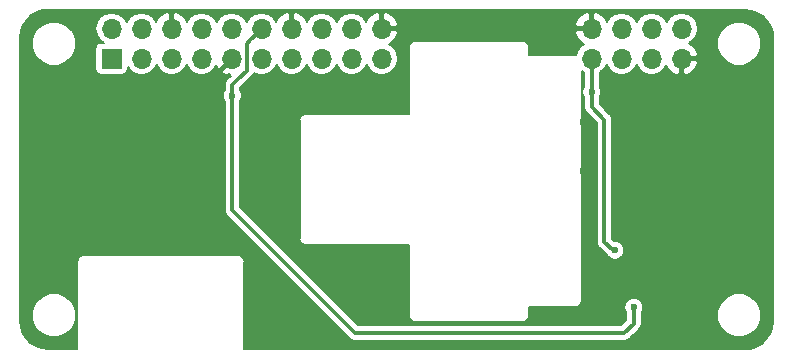
<source format=gbl>
G04 #@! TF.GenerationSoftware,KiCad,Pcbnew,(5.1.0)-1*
G04 #@! TF.CreationDate,2019-03-23T08:53:22+11:00*
G04 #@! TF.ProjectId,VeinCamHatZero,5665696e-4361-46d4-9861-745a65726f2e,rev?*
G04 #@! TF.SameCoordinates,Original*
G04 #@! TF.FileFunction,Copper,L2,Bot*
G04 #@! TF.FilePolarity,Positive*
%FSLAX46Y46*%
G04 Gerber Fmt 4.6, Leading zero omitted, Abs format (unit mm)*
G04 Created by KiCad (PCBNEW (5.1.0)-1) date 2019-03-23 08:53:22*
%MOMM*%
%LPD*%
G04 APERTURE LIST*
%ADD10R,1.700000X1.700000*%
%ADD11O,1.700000X1.700000*%
%ADD12C,0.600000*%
%ADD13C,0.300000*%
%ADD14C,0.400000*%
%ADD15C,0.200000*%
G04 APERTURE END LIST*
D10*
X213370000Y-69770000D03*
D11*
X213370000Y-67230000D03*
X215910000Y-69770000D03*
X215910000Y-67230000D03*
X218450000Y-69770000D03*
X218450000Y-67230000D03*
X220990000Y-69770000D03*
X220990000Y-67230000D03*
X223530000Y-69770000D03*
X223530000Y-67230000D03*
X226070000Y-69770000D03*
X226070000Y-67230000D03*
X228610000Y-69770000D03*
X228610000Y-67230000D03*
X231150000Y-69770000D03*
X231150000Y-67230000D03*
X233690000Y-69770000D03*
X233690000Y-67230000D03*
X236230000Y-69770000D03*
X236230000Y-67230000D03*
X254010000Y-69770000D03*
X254010000Y-67230000D03*
X256550000Y-69770000D03*
X256550000Y-67230000D03*
X259090000Y-69770000D03*
X259090000Y-67230000D03*
X261630000Y-69770000D03*
X261630000Y-67230000D03*
D12*
X258500000Y-85800000D03*
X256700000Y-90500000D03*
X255800000Y-91400000D03*
X255800000Y-87900000D03*
X255800000Y-89700000D03*
X257900000Y-85200000D03*
X257000000Y-85300000D03*
X256300000Y-84800000D03*
X239000000Y-66500000D03*
X244000000Y-66400000D03*
X249000000Y-66500000D03*
X268000000Y-73000000D03*
X268000000Y-88000000D03*
X262000000Y-84000000D03*
X262000000Y-92000000D03*
X252000000Y-91000000D03*
X249000000Y-91000000D03*
X256000000Y-75000000D03*
X260000000Y-75000000D03*
X263000000Y-72000000D03*
X237000000Y-73000000D03*
X233900000Y-73400000D03*
X231000000Y-73400000D03*
X208000000Y-73000000D03*
X206000000Y-76000000D03*
X206000000Y-81000000D03*
X206000000Y-86000000D03*
X209000000Y-86000000D03*
X214000000Y-86000000D03*
X219000000Y-86000000D03*
X223000000Y-86000000D03*
X226000000Y-90000000D03*
X226000000Y-93000000D03*
X229000000Y-93000000D03*
X233000000Y-87000000D03*
X237000000Y-87000000D03*
X237000000Y-90000000D03*
X263900000Y-67100000D03*
X222000000Y-74200000D03*
X224600000Y-74000000D03*
X226700000Y-73000000D03*
X227300000Y-71000000D03*
X232400000Y-71000000D03*
X222100000Y-71000000D03*
X227700000Y-77000000D03*
X227700000Y-80500000D03*
X225200000Y-78700000D03*
X253300000Y-75100000D03*
X253300000Y-79300000D03*
X254040000Y-72600000D03*
X256000000Y-86000000D03*
X223600000Y-72900000D03*
X257600000Y-90800000D03*
D13*
X218480000Y-66900000D02*
X218480000Y-66920000D01*
D14*
X223530000Y-69770000D02*
X222400000Y-70900000D01*
D13*
X254040000Y-69440000D02*
X254040000Y-72600000D01*
X254040000Y-73900000D02*
X254040000Y-72600000D01*
X255100000Y-74960000D02*
X254040000Y-73900000D01*
X255100000Y-85300000D02*
X255100000Y-74960000D01*
X256000000Y-86000000D02*
X255800000Y-86000000D01*
X255800000Y-86000000D02*
X255100000Y-85300000D01*
X257600000Y-92200000D02*
X257600000Y-90800000D01*
X256800000Y-93000000D02*
X257600000Y-92200000D01*
X234000000Y-93000000D02*
X256800000Y-93000000D01*
X223600000Y-82600000D02*
X234000000Y-93000000D01*
X224100000Y-71500000D02*
X223600000Y-72000000D01*
X225100000Y-68200000D02*
X226070000Y-67230000D01*
X224800000Y-68500000D02*
X225100000Y-68200000D01*
X224100000Y-71500000D02*
X224800000Y-70800000D01*
X224800000Y-70800000D02*
X224800000Y-68500000D01*
X223600000Y-74200000D02*
X223600000Y-82600000D01*
X223600000Y-72000000D02*
X223600000Y-72900000D01*
X223600000Y-72900000D02*
X223600000Y-74200000D01*
D15*
G36*
X267544933Y-65694780D02*
G01*
X268060630Y-65881969D01*
X268519436Y-66182776D01*
X268896735Y-66581061D01*
X269172289Y-67055463D01*
X269333804Y-67588744D01*
X269373001Y-68027938D01*
X269373000Y-91963570D01*
X269305220Y-92544933D01*
X269118031Y-93060630D01*
X268817226Y-93519434D01*
X268418938Y-93896736D01*
X267944541Y-94172288D01*
X267411255Y-94333804D01*
X266972073Y-94373000D01*
X224627000Y-94373000D01*
X224627000Y-87069750D01*
X224639283Y-87008000D01*
X224590620Y-86763357D01*
X224452041Y-86555959D01*
X224244643Y-86417380D01*
X224061750Y-86381000D01*
X224000000Y-86368717D01*
X223938250Y-86381000D01*
X211161750Y-86381000D01*
X211100000Y-86368717D01*
X211038250Y-86381000D01*
X210855357Y-86417380D01*
X210647959Y-86555959D01*
X210509380Y-86763357D01*
X210460717Y-87008000D01*
X210473000Y-87069750D01*
X210473001Y-94373000D01*
X208036430Y-94373000D01*
X207455067Y-94305220D01*
X206939370Y-94118031D01*
X206480566Y-93817226D01*
X206103264Y-93418938D01*
X205827712Y-92944541D01*
X205666196Y-92411255D01*
X205627000Y-91972073D01*
X205627000Y-91132012D01*
X206650000Y-91132012D01*
X206650000Y-91867988D01*
X206931645Y-92547941D01*
X207452059Y-93068355D01*
X208132012Y-93350000D01*
X208867988Y-93350000D01*
X209547941Y-93068355D01*
X210068355Y-92547941D01*
X210350000Y-91867988D01*
X210350000Y-91132012D01*
X210068355Y-90452059D01*
X209547941Y-89931645D01*
X208867988Y-89650000D01*
X208132012Y-89650000D01*
X207452059Y-89931645D01*
X206931645Y-90452059D01*
X206650000Y-91132012D01*
X205627000Y-91132012D01*
X205627000Y-68132012D01*
X206650000Y-68132012D01*
X206650000Y-68867988D01*
X206931645Y-69547941D01*
X207452059Y-70068355D01*
X208132012Y-70350000D01*
X208867988Y-70350000D01*
X209547941Y-70068355D01*
X210068355Y-69547941D01*
X210350000Y-68867988D01*
X210350000Y-68132012D01*
X210068355Y-67452059D01*
X209846296Y-67230000D01*
X211993552Y-67230000D01*
X212098328Y-67756744D01*
X212396704Y-68203296D01*
X212706366Y-68410205D01*
X212520000Y-68410205D01*
X212324910Y-68449011D01*
X212159520Y-68559520D01*
X212049011Y-68724910D01*
X212010205Y-68920000D01*
X212010205Y-70620000D01*
X212049011Y-70815090D01*
X212159520Y-70980480D01*
X212324910Y-71090989D01*
X212520000Y-71129795D01*
X214220000Y-71129795D01*
X214415090Y-71090989D01*
X214580480Y-70980480D01*
X214690989Y-70815090D01*
X214729795Y-70620000D01*
X214729795Y-70433634D01*
X214936704Y-70743296D01*
X215383256Y-71041672D01*
X215777037Y-71120000D01*
X216042963Y-71120000D01*
X216436744Y-71041672D01*
X216883296Y-70743296D01*
X217180000Y-70299246D01*
X217476704Y-70743296D01*
X217923256Y-71041672D01*
X218317037Y-71120000D01*
X218582963Y-71120000D01*
X218976744Y-71041672D01*
X219423296Y-70743296D01*
X219720000Y-70299246D01*
X220016704Y-70743296D01*
X220463256Y-71041672D01*
X220857037Y-71120000D01*
X221122963Y-71120000D01*
X221516744Y-71041672D01*
X221963296Y-70743296D01*
X222223466Y-70353923D01*
X222374259Y-70658854D01*
X222802384Y-71033477D01*
X223151090Y-71177903D01*
X223375998Y-71066890D01*
X223375998Y-71228000D01*
X223452761Y-71228000D01*
X223185653Y-71495109D01*
X223131376Y-71531376D01*
X222987714Y-71746384D01*
X222954303Y-71914352D01*
X222937266Y-72000000D01*
X222950000Y-72064017D01*
X222950000Y-72418629D01*
X222921793Y-72446836D01*
X222800000Y-72740870D01*
X222800000Y-73059130D01*
X222921793Y-73353164D01*
X222950000Y-73381371D01*
X222950001Y-74135978D01*
X222950000Y-74135983D01*
X222950001Y-82535979D01*
X222937266Y-82600000D01*
X222987715Y-82853617D01*
X223131377Y-83068624D01*
X223185652Y-83104889D01*
X233495111Y-93414349D01*
X233531376Y-93468624D01*
X233746383Y-93612286D01*
X233935982Y-93650000D01*
X233935983Y-93650000D01*
X233999999Y-93662734D01*
X234064016Y-93650000D01*
X256735984Y-93650000D01*
X256800000Y-93662734D01*
X256864016Y-93650000D01*
X256864018Y-93650000D01*
X257053617Y-93612286D01*
X257268624Y-93468624D01*
X257304891Y-93414346D01*
X258014352Y-92704887D01*
X258068624Y-92668624D01*
X258212286Y-92453617D01*
X258250000Y-92264018D01*
X258250000Y-92264017D01*
X258262734Y-92200000D01*
X258250000Y-92135984D01*
X258250000Y-91281371D01*
X258278207Y-91253164D01*
X258328389Y-91132012D01*
X264650000Y-91132012D01*
X264650000Y-91867988D01*
X264931645Y-92547941D01*
X265452059Y-93068355D01*
X266132012Y-93350000D01*
X266867988Y-93350000D01*
X267547941Y-93068355D01*
X268068355Y-92547941D01*
X268350000Y-91867988D01*
X268350000Y-91132012D01*
X268068355Y-90452059D01*
X267547941Y-89931645D01*
X266867988Y-89650000D01*
X266132012Y-89650000D01*
X265452059Y-89931645D01*
X264931645Y-90452059D01*
X264650000Y-91132012D01*
X258328389Y-91132012D01*
X258400000Y-90959130D01*
X258400000Y-90640870D01*
X258278207Y-90346836D01*
X258053164Y-90121793D01*
X257759130Y-90000000D01*
X257440870Y-90000000D01*
X257146836Y-90121793D01*
X256921793Y-90346836D01*
X256800000Y-90640870D01*
X256800000Y-90959130D01*
X256921793Y-91253164D01*
X256950001Y-91281372D01*
X256950000Y-91930761D01*
X256530762Y-92350000D01*
X234269238Y-92350000D01*
X224250000Y-82330763D01*
X224250000Y-75000000D01*
X229282461Y-75000000D01*
X229293500Y-75055497D01*
X229293501Y-84944498D01*
X229282461Y-85000000D01*
X229326195Y-85219867D01*
X229450740Y-85406260D01*
X229637133Y-85530805D01*
X229801503Y-85563500D01*
X229857000Y-85574539D01*
X229912497Y-85563500D01*
X238556900Y-85563500D01*
X238556901Y-91444498D01*
X238545861Y-91500000D01*
X238589595Y-91719867D01*
X238714140Y-91906260D01*
X238900533Y-92030805D01*
X239064903Y-92063500D01*
X239120400Y-92074539D01*
X239175897Y-92063500D01*
X248124503Y-92063500D01*
X248180000Y-92074539D01*
X248235497Y-92063500D01*
X248399867Y-92030805D01*
X248586260Y-91906260D01*
X248710805Y-91719867D01*
X248754539Y-91500000D01*
X248743500Y-91444503D01*
X248743500Y-90813700D01*
X252569503Y-90813700D01*
X252625000Y-90824739D01*
X252680497Y-90813700D01*
X252844867Y-90781005D01*
X253031260Y-90656460D01*
X253155805Y-90470067D01*
X253199539Y-90250200D01*
X253188500Y-90194703D01*
X253188500Y-70844723D01*
X253390000Y-70979361D01*
X253390001Y-72118628D01*
X253361793Y-72146836D01*
X253240000Y-72440870D01*
X253240000Y-72759130D01*
X253361793Y-73053164D01*
X253390001Y-73081372D01*
X253390000Y-73835983D01*
X253377266Y-73900000D01*
X253390000Y-73964016D01*
X253390000Y-73964017D01*
X253427714Y-74153616D01*
X253571376Y-74368624D01*
X253625654Y-74404891D01*
X254450001Y-75229240D01*
X254450000Y-85235984D01*
X254437266Y-85300000D01*
X254450000Y-85364016D01*
X254450000Y-85364017D01*
X254487714Y-85553616D01*
X254631376Y-85768624D01*
X254685654Y-85804891D01*
X255295112Y-86414351D01*
X255331376Y-86468624D01*
X255349087Y-86480458D01*
X255546836Y-86678207D01*
X255840870Y-86800000D01*
X256159130Y-86800000D01*
X256453164Y-86678207D01*
X256678207Y-86453164D01*
X256800000Y-86159130D01*
X256800000Y-85840870D01*
X256678207Y-85546836D01*
X256453164Y-85321793D01*
X256159130Y-85200000D01*
X255919238Y-85200000D01*
X255750000Y-85030762D01*
X255750000Y-75024016D01*
X255762734Y-74959999D01*
X255743386Y-74862734D01*
X255712286Y-74706383D01*
X255568624Y-74491376D01*
X255514351Y-74455112D01*
X254690000Y-73630763D01*
X254690000Y-73081371D01*
X254718207Y-73053164D01*
X254840000Y-72759130D01*
X254840000Y-72440870D01*
X254718207Y-72146836D01*
X254690000Y-72118629D01*
X254690000Y-70939270D01*
X254983296Y-70743296D01*
X255280000Y-70299246D01*
X255576704Y-70743296D01*
X256023256Y-71041672D01*
X256417037Y-71120000D01*
X256682963Y-71120000D01*
X257076744Y-71041672D01*
X257523296Y-70743296D01*
X257820000Y-70299246D01*
X258116704Y-70743296D01*
X258563256Y-71041672D01*
X258957037Y-71120000D01*
X259222963Y-71120000D01*
X259616744Y-71041672D01*
X260063296Y-70743296D01*
X260323466Y-70353923D01*
X260474259Y-70658854D01*
X260902384Y-71033477D01*
X261251090Y-71177903D01*
X261476000Y-71066889D01*
X261476000Y-69924000D01*
X261784000Y-69924000D01*
X261784000Y-71066889D01*
X262008910Y-71177903D01*
X262357616Y-71033477D01*
X262785741Y-70658854D01*
X263037915Y-70148911D01*
X262927856Y-69924000D01*
X261784000Y-69924000D01*
X261476000Y-69924000D01*
X261456000Y-69924000D01*
X261456000Y-69616000D01*
X261476000Y-69616000D01*
X261476000Y-69596000D01*
X261784000Y-69596000D01*
X261784000Y-69616000D01*
X262927856Y-69616000D01*
X263037915Y-69391089D01*
X262785741Y-68881146D01*
X262357616Y-68506523D01*
X262229128Y-68453306D01*
X262603296Y-68203296D01*
X262650926Y-68132012D01*
X264650000Y-68132012D01*
X264650000Y-68867988D01*
X264931645Y-69547941D01*
X265452059Y-70068355D01*
X266132012Y-70350000D01*
X266867988Y-70350000D01*
X267547941Y-70068355D01*
X268068355Y-69547941D01*
X268350000Y-68867988D01*
X268350000Y-68132012D01*
X268068355Y-67452059D01*
X267547941Y-66931645D01*
X266867988Y-66650000D01*
X266132012Y-66650000D01*
X265452059Y-66931645D01*
X264931645Y-67452059D01*
X264650000Y-68132012D01*
X262650926Y-68132012D01*
X262901672Y-67756744D01*
X263006448Y-67230000D01*
X262901672Y-66703256D01*
X262603296Y-66256704D01*
X262156744Y-65958328D01*
X261762963Y-65880000D01*
X261497037Y-65880000D01*
X261103256Y-65958328D01*
X260656704Y-66256704D01*
X260360000Y-66700754D01*
X260063296Y-66256704D01*
X259616744Y-65958328D01*
X259222963Y-65880000D01*
X258957037Y-65880000D01*
X258563256Y-65958328D01*
X258116704Y-66256704D01*
X257820000Y-66700754D01*
X257523296Y-66256704D01*
X257076744Y-65958328D01*
X256682963Y-65880000D01*
X256417037Y-65880000D01*
X256023256Y-65958328D01*
X255576704Y-66256704D01*
X255316534Y-66646077D01*
X255165741Y-66341146D01*
X254737616Y-65966523D01*
X254388910Y-65822097D01*
X254164000Y-65933111D01*
X254164000Y-67076000D01*
X254184000Y-67076000D01*
X254184000Y-67384000D01*
X254164000Y-67384000D01*
X254164000Y-67404000D01*
X253856000Y-67404000D01*
X253856000Y-67384000D01*
X252712144Y-67384000D01*
X252602085Y-67608911D01*
X252854259Y-68118854D01*
X253282384Y-68493477D01*
X253410872Y-68546694D01*
X253036704Y-68796704D01*
X252738328Y-69243256D01*
X252702787Y-69421934D01*
X252680497Y-69417500D01*
X252625000Y-69406461D01*
X252569503Y-69417500D01*
X248743500Y-69417500D01*
X248743500Y-68885697D01*
X248754539Y-68830200D01*
X248710805Y-68610333D01*
X248586260Y-68423940D01*
X248399867Y-68299395D01*
X248235497Y-68266700D01*
X248180000Y-68255661D01*
X248124503Y-68266700D01*
X239175897Y-68266700D01*
X239120400Y-68255661D01*
X239064903Y-68266700D01*
X238900533Y-68299395D01*
X238714140Y-68423940D01*
X238589595Y-68610333D01*
X238545861Y-68830200D01*
X238556900Y-68885697D01*
X238556901Y-74436500D01*
X229912497Y-74436500D01*
X229857000Y-74425461D01*
X229801503Y-74436500D01*
X229637133Y-74469195D01*
X229450740Y-74593740D01*
X229326195Y-74780133D01*
X229282461Y-75000000D01*
X224250000Y-75000000D01*
X224250000Y-73381371D01*
X224278207Y-73353164D01*
X224400000Y-73059130D01*
X224400000Y-72740870D01*
X224278207Y-72446836D01*
X224250000Y-72418629D01*
X224250000Y-72269238D01*
X224604887Y-71914352D01*
X224604891Y-71914347D01*
X225214351Y-71304887D01*
X225268624Y-71268624D01*
X225412286Y-71053617D01*
X225429748Y-70965829D01*
X225543256Y-71041672D01*
X225937037Y-71120000D01*
X226202963Y-71120000D01*
X226596744Y-71041672D01*
X227043296Y-70743296D01*
X227340000Y-70299246D01*
X227636704Y-70743296D01*
X228083256Y-71041672D01*
X228477037Y-71120000D01*
X228742963Y-71120000D01*
X229136744Y-71041672D01*
X229583296Y-70743296D01*
X229880000Y-70299246D01*
X230176704Y-70743296D01*
X230623256Y-71041672D01*
X231017037Y-71120000D01*
X231282963Y-71120000D01*
X231676744Y-71041672D01*
X232123296Y-70743296D01*
X232420000Y-70299246D01*
X232716704Y-70743296D01*
X233163256Y-71041672D01*
X233557037Y-71120000D01*
X233822963Y-71120000D01*
X234216744Y-71041672D01*
X234663296Y-70743296D01*
X234960000Y-70299246D01*
X235256704Y-70743296D01*
X235703256Y-71041672D01*
X236097037Y-71120000D01*
X236362963Y-71120000D01*
X236756744Y-71041672D01*
X237203296Y-70743296D01*
X237501672Y-70296744D01*
X237606448Y-69770000D01*
X237501672Y-69243256D01*
X237203296Y-68796704D01*
X236829128Y-68546694D01*
X236957616Y-68493477D01*
X237385741Y-68118854D01*
X237637915Y-67608911D01*
X237527856Y-67384000D01*
X236384000Y-67384000D01*
X236384000Y-67404000D01*
X236076000Y-67404000D01*
X236076000Y-67384000D01*
X236056000Y-67384000D01*
X236056000Y-67076000D01*
X236076000Y-67076000D01*
X236076000Y-65933111D01*
X236384000Y-65933111D01*
X236384000Y-67076000D01*
X237527856Y-67076000D01*
X237637915Y-66851089D01*
X252602085Y-66851089D01*
X252712144Y-67076000D01*
X253856000Y-67076000D01*
X253856000Y-65933111D01*
X253631090Y-65822097D01*
X253282384Y-65966523D01*
X252854259Y-66341146D01*
X252602085Y-66851089D01*
X237637915Y-66851089D01*
X237385741Y-66341146D01*
X236957616Y-65966523D01*
X236608910Y-65822097D01*
X236384000Y-65933111D01*
X236076000Y-65933111D01*
X235851090Y-65822097D01*
X235502384Y-65966523D01*
X235074259Y-66341146D01*
X234923466Y-66646077D01*
X234663296Y-66256704D01*
X234216744Y-65958328D01*
X233822963Y-65880000D01*
X233557037Y-65880000D01*
X233163256Y-65958328D01*
X232716704Y-66256704D01*
X232420000Y-66700754D01*
X232123296Y-66256704D01*
X231676744Y-65958328D01*
X231282963Y-65880000D01*
X231017037Y-65880000D01*
X230623256Y-65958328D01*
X230176704Y-66256704D01*
X229916534Y-66646077D01*
X229765741Y-66341146D01*
X229337616Y-65966523D01*
X228988910Y-65822097D01*
X228764000Y-65933111D01*
X228764000Y-67076000D01*
X228784000Y-67076000D01*
X228784000Y-67384000D01*
X228764000Y-67384000D01*
X228764000Y-67404000D01*
X228456000Y-67404000D01*
X228456000Y-67384000D01*
X228436000Y-67384000D01*
X228436000Y-67076000D01*
X228456000Y-67076000D01*
X228456000Y-65933111D01*
X228231090Y-65822097D01*
X227882384Y-65966523D01*
X227454259Y-66341146D01*
X227303466Y-66646077D01*
X227043296Y-66256704D01*
X226596744Y-65958328D01*
X226202963Y-65880000D01*
X225937037Y-65880000D01*
X225543256Y-65958328D01*
X225096704Y-66256704D01*
X224800000Y-66700754D01*
X224503296Y-66256704D01*
X224056744Y-65958328D01*
X223662963Y-65880000D01*
X223397037Y-65880000D01*
X223003256Y-65958328D01*
X222556704Y-66256704D01*
X222260000Y-66700754D01*
X221963296Y-66256704D01*
X221516744Y-65958328D01*
X221122963Y-65880000D01*
X220857037Y-65880000D01*
X220463256Y-65958328D01*
X220016704Y-66256704D01*
X219756534Y-66646077D01*
X219605741Y-66341146D01*
X219177616Y-65966523D01*
X218828910Y-65822097D01*
X218604000Y-65933111D01*
X218604000Y-67076000D01*
X218624000Y-67076000D01*
X218624000Y-67384000D01*
X218604000Y-67384000D01*
X218604000Y-67404000D01*
X218296000Y-67404000D01*
X218296000Y-67384000D01*
X218276000Y-67384000D01*
X218276000Y-67076000D01*
X218296000Y-67076000D01*
X218296000Y-65933111D01*
X218071090Y-65822097D01*
X217722384Y-65966523D01*
X217294259Y-66341146D01*
X217143466Y-66646077D01*
X216883296Y-66256704D01*
X216436744Y-65958328D01*
X216042963Y-65880000D01*
X215777037Y-65880000D01*
X215383256Y-65958328D01*
X214936704Y-66256704D01*
X214640000Y-66700754D01*
X214343296Y-66256704D01*
X213896744Y-65958328D01*
X213502963Y-65880000D01*
X213237037Y-65880000D01*
X212843256Y-65958328D01*
X212396704Y-66256704D01*
X212098328Y-66703256D01*
X211993552Y-67230000D01*
X209846296Y-67230000D01*
X209547941Y-66931645D01*
X208867988Y-66650000D01*
X208132012Y-66650000D01*
X207452059Y-66931645D01*
X206931645Y-67452059D01*
X206650000Y-68132012D01*
X205627000Y-68132012D01*
X205627000Y-68036430D01*
X205694780Y-67455067D01*
X205881969Y-66939370D01*
X206182776Y-66480564D01*
X206581061Y-66103265D01*
X207055463Y-65827711D01*
X207588744Y-65666196D01*
X208027927Y-65627000D01*
X266963570Y-65627000D01*
X267544933Y-65694780D01*
X267544933Y-65694780D01*
G37*
X267544933Y-65694780D02*
X268060630Y-65881969D01*
X268519436Y-66182776D01*
X268896735Y-66581061D01*
X269172289Y-67055463D01*
X269333804Y-67588744D01*
X269373001Y-68027938D01*
X269373000Y-91963570D01*
X269305220Y-92544933D01*
X269118031Y-93060630D01*
X268817226Y-93519434D01*
X268418938Y-93896736D01*
X267944541Y-94172288D01*
X267411255Y-94333804D01*
X266972073Y-94373000D01*
X224627000Y-94373000D01*
X224627000Y-87069750D01*
X224639283Y-87008000D01*
X224590620Y-86763357D01*
X224452041Y-86555959D01*
X224244643Y-86417380D01*
X224061750Y-86381000D01*
X224000000Y-86368717D01*
X223938250Y-86381000D01*
X211161750Y-86381000D01*
X211100000Y-86368717D01*
X211038250Y-86381000D01*
X210855357Y-86417380D01*
X210647959Y-86555959D01*
X210509380Y-86763357D01*
X210460717Y-87008000D01*
X210473000Y-87069750D01*
X210473001Y-94373000D01*
X208036430Y-94373000D01*
X207455067Y-94305220D01*
X206939370Y-94118031D01*
X206480566Y-93817226D01*
X206103264Y-93418938D01*
X205827712Y-92944541D01*
X205666196Y-92411255D01*
X205627000Y-91972073D01*
X205627000Y-91132012D01*
X206650000Y-91132012D01*
X206650000Y-91867988D01*
X206931645Y-92547941D01*
X207452059Y-93068355D01*
X208132012Y-93350000D01*
X208867988Y-93350000D01*
X209547941Y-93068355D01*
X210068355Y-92547941D01*
X210350000Y-91867988D01*
X210350000Y-91132012D01*
X210068355Y-90452059D01*
X209547941Y-89931645D01*
X208867988Y-89650000D01*
X208132012Y-89650000D01*
X207452059Y-89931645D01*
X206931645Y-90452059D01*
X206650000Y-91132012D01*
X205627000Y-91132012D01*
X205627000Y-68132012D01*
X206650000Y-68132012D01*
X206650000Y-68867988D01*
X206931645Y-69547941D01*
X207452059Y-70068355D01*
X208132012Y-70350000D01*
X208867988Y-70350000D01*
X209547941Y-70068355D01*
X210068355Y-69547941D01*
X210350000Y-68867988D01*
X210350000Y-68132012D01*
X210068355Y-67452059D01*
X209846296Y-67230000D01*
X211993552Y-67230000D01*
X212098328Y-67756744D01*
X212396704Y-68203296D01*
X212706366Y-68410205D01*
X212520000Y-68410205D01*
X212324910Y-68449011D01*
X212159520Y-68559520D01*
X212049011Y-68724910D01*
X212010205Y-68920000D01*
X212010205Y-70620000D01*
X212049011Y-70815090D01*
X212159520Y-70980480D01*
X212324910Y-71090989D01*
X212520000Y-71129795D01*
X214220000Y-71129795D01*
X214415090Y-71090989D01*
X214580480Y-70980480D01*
X214690989Y-70815090D01*
X214729795Y-70620000D01*
X214729795Y-70433634D01*
X214936704Y-70743296D01*
X215383256Y-71041672D01*
X215777037Y-71120000D01*
X216042963Y-71120000D01*
X216436744Y-71041672D01*
X216883296Y-70743296D01*
X217180000Y-70299246D01*
X217476704Y-70743296D01*
X217923256Y-71041672D01*
X218317037Y-71120000D01*
X218582963Y-71120000D01*
X218976744Y-71041672D01*
X219423296Y-70743296D01*
X219720000Y-70299246D01*
X220016704Y-70743296D01*
X220463256Y-71041672D01*
X220857037Y-71120000D01*
X221122963Y-71120000D01*
X221516744Y-71041672D01*
X221963296Y-70743296D01*
X222223466Y-70353923D01*
X222374259Y-70658854D01*
X222802384Y-71033477D01*
X223151090Y-71177903D01*
X223375998Y-71066890D01*
X223375998Y-71228000D01*
X223452761Y-71228000D01*
X223185653Y-71495109D01*
X223131376Y-71531376D01*
X222987714Y-71746384D01*
X222954303Y-71914352D01*
X222937266Y-72000000D01*
X222950000Y-72064017D01*
X222950000Y-72418629D01*
X222921793Y-72446836D01*
X222800000Y-72740870D01*
X222800000Y-73059130D01*
X222921793Y-73353164D01*
X222950000Y-73381371D01*
X222950001Y-74135978D01*
X222950000Y-74135983D01*
X222950001Y-82535979D01*
X222937266Y-82600000D01*
X222987715Y-82853617D01*
X223131377Y-83068624D01*
X223185652Y-83104889D01*
X233495111Y-93414349D01*
X233531376Y-93468624D01*
X233746383Y-93612286D01*
X233935982Y-93650000D01*
X233935983Y-93650000D01*
X233999999Y-93662734D01*
X234064016Y-93650000D01*
X256735984Y-93650000D01*
X256800000Y-93662734D01*
X256864016Y-93650000D01*
X256864018Y-93650000D01*
X257053617Y-93612286D01*
X257268624Y-93468624D01*
X257304891Y-93414346D01*
X258014352Y-92704887D01*
X258068624Y-92668624D01*
X258212286Y-92453617D01*
X258250000Y-92264018D01*
X258250000Y-92264017D01*
X258262734Y-92200000D01*
X258250000Y-92135984D01*
X258250000Y-91281371D01*
X258278207Y-91253164D01*
X258328389Y-91132012D01*
X264650000Y-91132012D01*
X264650000Y-91867988D01*
X264931645Y-92547941D01*
X265452059Y-93068355D01*
X266132012Y-93350000D01*
X266867988Y-93350000D01*
X267547941Y-93068355D01*
X268068355Y-92547941D01*
X268350000Y-91867988D01*
X268350000Y-91132012D01*
X268068355Y-90452059D01*
X267547941Y-89931645D01*
X266867988Y-89650000D01*
X266132012Y-89650000D01*
X265452059Y-89931645D01*
X264931645Y-90452059D01*
X264650000Y-91132012D01*
X258328389Y-91132012D01*
X258400000Y-90959130D01*
X258400000Y-90640870D01*
X258278207Y-90346836D01*
X258053164Y-90121793D01*
X257759130Y-90000000D01*
X257440870Y-90000000D01*
X257146836Y-90121793D01*
X256921793Y-90346836D01*
X256800000Y-90640870D01*
X256800000Y-90959130D01*
X256921793Y-91253164D01*
X256950001Y-91281372D01*
X256950000Y-91930761D01*
X256530762Y-92350000D01*
X234269238Y-92350000D01*
X224250000Y-82330763D01*
X224250000Y-75000000D01*
X229282461Y-75000000D01*
X229293500Y-75055497D01*
X229293501Y-84944498D01*
X229282461Y-85000000D01*
X229326195Y-85219867D01*
X229450740Y-85406260D01*
X229637133Y-85530805D01*
X229801503Y-85563500D01*
X229857000Y-85574539D01*
X229912497Y-85563500D01*
X238556900Y-85563500D01*
X238556901Y-91444498D01*
X238545861Y-91500000D01*
X238589595Y-91719867D01*
X238714140Y-91906260D01*
X238900533Y-92030805D01*
X239064903Y-92063500D01*
X239120400Y-92074539D01*
X239175897Y-92063500D01*
X248124503Y-92063500D01*
X248180000Y-92074539D01*
X248235497Y-92063500D01*
X248399867Y-92030805D01*
X248586260Y-91906260D01*
X248710805Y-91719867D01*
X248754539Y-91500000D01*
X248743500Y-91444503D01*
X248743500Y-90813700D01*
X252569503Y-90813700D01*
X252625000Y-90824739D01*
X252680497Y-90813700D01*
X252844867Y-90781005D01*
X253031260Y-90656460D01*
X253155805Y-90470067D01*
X253199539Y-90250200D01*
X253188500Y-90194703D01*
X253188500Y-70844723D01*
X253390000Y-70979361D01*
X253390001Y-72118628D01*
X253361793Y-72146836D01*
X253240000Y-72440870D01*
X253240000Y-72759130D01*
X253361793Y-73053164D01*
X253390001Y-73081372D01*
X253390000Y-73835983D01*
X253377266Y-73900000D01*
X253390000Y-73964016D01*
X253390000Y-73964017D01*
X253427714Y-74153616D01*
X253571376Y-74368624D01*
X253625654Y-74404891D01*
X254450001Y-75229240D01*
X254450000Y-85235984D01*
X254437266Y-85300000D01*
X254450000Y-85364016D01*
X254450000Y-85364017D01*
X254487714Y-85553616D01*
X254631376Y-85768624D01*
X254685654Y-85804891D01*
X255295112Y-86414351D01*
X255331376Y-86468624D01*
X255349087Y-86480458D01*
X255546836Y-86678207D01*
X255840870Y-86800000D01*
X256159130Y-86800000D01*
X256453164Y-86678207D01*
X256678207Y-86453164D01*
X256800000Y-86159130D01*
X256800000Y-85840870D01*
X256678207Y-85546836D01*
X256453164Y-85321793D01*
X256159130Y-85200000D01*
X255919238Y-85200000D01*
X255750000Y-85030762D01*
X255750000Y-75024016D01*
X255762734Y-74959999D01*
X255743386Y-74862734D01*
X255712286Y-74706383D01*
X255568624Y-74491376D01*
X255514351Y-74455112D01*
X254690000Y-73630763D01*
X254690000Y-73081371D01*
X254718207Y-73053164D01*
X254840000Y-72759130D01*
X254840000Y-72440870D01*
X254718207Y-72146836D01*
X254690000Y-72118629D01*
X254690000Y-70939270D01*
X254983296Y-70743296D01*
X255280000Y-70299246D01*
X255576704Y-70743296D01*
X256023256Y-71041672D01*
X256417037Y-71120000D01*
X256682963Y-71120000D01*
X257076744Y-71041672D01*
X257523296Y-70743296D01*
X257820000Y-70299246D01*
X258116704Y-70743296D01*
X258563256Y-71041672D01*
X258957037Y-71120000D01*
X259222963Y-71120000D01*
X259616744Y-71041672D01*
X260063296Y-70743296D01*
X260323466Y-70353923D01*
X260474259Y-70658854D01*
X260902384Y-71033477D01*
X261251090Y-71177903D01*
X261476000Y-71066889D01*
X261476000Y-69924000D01*
X261784000Y-69924000D01*
X261784000Y-71066889D01*
X262008910Y-71177903D01*
X262357616Y-71033477D01*
X262785741Y-70658854D01*
X263037915Y-70148911D01*
X262927856Y-69924000D01*
X261784000Y-69924000D01*
X261476000Y-69924000D01*
X261456000Y-69924000D01*
X261456000Y-69616000D01*
X261476000Y-69616000D01*
X261476000Y-69596000D01*
X261784000Y-69596000D01*
X261784000Y-69616000D01*
X262927856Y-69616000D01*
X263037915Y-69391089D01*
X262785741Y-68881146D01*
X262357616Y-68506523D01*
X262229128Y-68453306D01*
X262603296Y-68203296D01*
X262650926Y-68132012D01*
X264650000Y-68132012D01*
X264650000Y-68867988D01*
X264931645Y-69547941D01*
X265452059Y-70068355D01*
X266132012Y-70350000D01*
X266867988Y-70350000D01*
X267547941Y-70068355D01*
X268068355Y-69547941D01*
X268350000Y-68867988D01*
X268350000Y-68132012D01*
X268068355Y-67452059D01*
X267547941Y-66931645D01*
X266867988Y-66650000D01*
X266132012Y-66650000D01*
X265452059Y-66931645D01*
X264931645Y-67452059D01*
X264650000Y-68132012D01*
X262650926Y-68132012D01*
X262901672Y-67756744D01*
X263006448Y-67230000D01*
X262901672Y-66703256D01*
X262603296Y-66256704D01*
X262156744Y-65958328D01*
X261762963Y-65880000D01*
X261497037Y-65880000D01*
X261103256Y-65958328D01*
X260656704Y-66256704D01*
X260360000Y-66700754D01*
X260063296Y-66256704D01*
X259616744Y-65958328D01*
X259222963Y-65880000D01*
X258957037Y-65880000D01*
X258563256Y-65958328D01*
X258116704Y-66256704D01*
X257820000Y-66700754D01*
X257523296Y-66256704D01*
X257076744Y-65958328D01*
X256682963Y-65880000D01*
X256417037Y-65880000D01*
X256023256Y-65958328D01*
X255576704Y-66256704D01*
X255316534Y-66646077D01*
X255165741Y-66341146D01*
X254737616Y-65966523D01*
X254388910Y-65822097D01*
X254164000Y-65933111D01*
X254164000Y-67076000D01*
X254184000Y-67076000D01*
X254184000Y-67384000D01*
X254164000Y-67384000D01*
X254164000Y-67404000D01*
X253856000Y-67404000D01*
X253856000Y-67384000D01*
X252712144Y-67384000D01*
X252602085Y-67608911D01*
X252854259Y-68118854D01*
X253282384Y-68493477D01*
X253410872Y-68546694D01*
X253036704Y-68796704D01*
X252738328Y-69243256D01*
X252702787Y-69421934D01*
X252680497Y-69417500D01*
X252625000Y-69406461D01*
X252569503Y-69417500D01*
X248743500Y-69417500D01*
X248743500Y-68885697D01*
X248754539Y-68830200D01*
X248710805Y-68610333D01*
X248586260Y-68423940D01*
X248399867Y-68299395D01*
X248235497Y-68266700D01*
X248180000Y-68255661D01*
X248124503Y-68266700D01*
X239175897Y-68266700D01*
X239120400Y-68255661D01*
X239064903Y-68266700D01*
X238900533Y-68299395D01*
X238714140Y-68423940D01*
X238589595Y-68610333D01*
X238545861Y-68830200D01*
X238556900Y-68885697D01*
X238556901Y-74436500D01*
X229912497Y-74436500D01*
X229857000Y-74425461D01*
X229801503Y-74436500D01*
X229637133Y-74469195D01*
X229450740Y-74593740D01*
X229326195Y-74780133D01*
X229282461Y-75000000D01*
X224250000Y-75000000D01*
X224250000Y-73381371D01*
X224278207Y-73353164D01*
X224400000Y-73059130D01*
X224400000Y-72740870D01*
X224278207Y-72446836D01*
X224250000Y-72418629D01*
X224250000Y-72269238D01*
X224604887Y-71914352D01*
X224604891Y-71914347D01*
X225214351Y-71304887D01*
X225268624Y-71268624D01*
X225412286Y-71053617D01*
X225429748Y-70965829D01*
X225543256Y-71041672D01*
X225937037Y-71120000D01*
X226202963Y-71120000D01*
X226596744Y-71041672D01*
X227043296Y-70743296D01*
X227340000Y-70299246D01*
X227636704Y-70743296D01*
X228083256Y-71041672D01*
X228477037Y-71120000D01*
X228742963Y-71120000D01*
X229136744Y-71041672D01*
X229583296Y-70743296D01*
X229880000Y-70299246D01*
X230176704Y-70743296D01*
X230623256Y-71041672D01*
X231017037Y-71120000D01*
X231282963Y-71120000D01*
X231676744Y-71041672D01*
X232123296Y-70743296D01*
X232420000Y-70299246D01*
X232716704Y-70743296D01*
X233163256Y-71041672D01*
X233557037Y-71120000D01*
X233822963Y-71120000D01*
X234216744Y-71041672D01*
X234663296Y-70743296D01*
X234960000Y-70299246D01*
X235256704Y-70743296D01*
X235703256Y-71041672D01*
X236097037Y-71120000D01*
X236362963Y-71120000D01*
X236756744Y-71041672D01*
X237203296Y-70743296D01*
X237501672Y-70296744D01*
X237606448Y-69770000D01*
X237501672Y-69243256D01*
X237203296Y-68796704D01*
X236829128Y-68546694D01*
X236957616Y-68493477D01*
X237385741Y-68118854D01*
X237637915Y-67608911D01*
X237527856Y-67384000D01*
X236384000Y-67384000D01*
X236384000Y-67404000D01*
X236076000Y-67404000D01*
X236076000Y-67384000D01*
X236056000Y-67384000D01*
X236056000Y-67076000D01*
X236076000Y-67076000D01*
X236076000Y-65933111D01*
X236384000Y-65933111D01*
X236384000Y-67076000D01*
X237527856Y-67076000D01*
X237637915Y-66851089D01*
X252602085Y-66851089D01*
X252712144Y-67076000D01*
X253856000Y-67076000D01*
X253856000Y-65933111D01*
X253631090Y-65822097D01*
X253282384Y-65966523D01*
X252854259Y-66341146D01*
X252602085Y-66851089D01*
X237637915Y-66851089D01*
X237385741Y-66341146D01*
X236957616Y-65966523D01*
X236608910Y-65822097D01*
X236384000Y-65933111D01*
X236076000Y-65933111D01*
X235851090Y-65822097D01*
X235502384Y-65966523D01*
X235074259Y-66341146D01*
X234923466Y-66646077D01*
X234663296Y-66256704D01*
X234216744Y-65958328D01*
X233822963Y-65880000D01*
X233557037Y-65880000D01*
X233163256Y-65958328D01*
X232716704Y-66256704D01*
X232420000Y-66700754D01*
X232123296Y-66256704D01*
X231676744Y-65958328D01*
X231282963Y-65880000D01*
X231017037Y-65880000D01*
X230623256Y-65958328D01*
X230176704Y-66256704D01*
X229916534Y-66646077D01*
X229765741Y-66341146D01*
X229337616Y-65966523D01*
X228988910Y-65822097D01*
X228764000Y-65933111D01*
X228764000Y-67076000D01*
X228784000Y-67076000D01*
X228784000Y-67384000D01*
X228764000Y-67384000D01*
X228764000Y-67404000D01*
X228456000Y-67404000D01*
X228456000Y-67384000D01*
X228436000Y-67384000D01*
X228436000Y-67076000D01*
X228456000Y-67076000D01*
X228456000Y-65933111D01*
X228231090Y-65822097D01*
X227882384Y-65966523D01*
X227454259Y-66341146D01*
X227303466Y-66646077D01*
X227043296Y-66256704D01*
X226596744Y-65958328D01*
X226202963Y-65880000D01*
X225937037Y-65880000D01*
X225543256Y-65958328D01*
X225096704Y-66256704D01*
X224800000Y-66700754D01*
X224503296Y-66256704D01*
X224056744Y-65958328D01*
X223662963Y-65880000D01*
X223397037Y-65880000D01*
X223003256Y-65958328D01*
X222556704Y-66256704D01*
X222260000Y-66700754D01*
X221963296Y-66256704D01*
X221516744Y-65958328D01*
X221122963Y-65880000D01*
X220857037Y-65880000D01*
X220463256Y-65958328D01*
X220016704Y-66256704D01*
X219756534Y-66646077D01*
X219605741Y-66341146D01*
X219177616Y-65966523D01*
X218828910Y-65822097D01*
X218604000Y-65933111D01*
X218604000Y-67076000D01*
X218624000Y-67076000D01*
X218624000Y-67384000D01*
X218604000Y-67384000D01*
X218604000Y-67404000D01*
X218296000Y-67404000D01*
X218296000Y-67384000D01*
X218276000Y-67384000D01*
X218276000Y-67076000D01*
X218296000Y-67076000D01*
X218296000Y-65933111D01*
X218071090Y-65822097D01*
X217722384Y-65966523D01*
X217294259Y-66341146D01*
X217143466Y-66646077D01*
X216883296Y-66256704D01*
X216436744Y-65958328D01*
X216042963Y-65880000D01*
X215777037Y-65880000D01*
X215383256Y-65958328D01*
X214936704Y-66256704D01*
X214640000Y-66700754D01*
X214343296Y-66256704D01*
X213896744Y-65958328D01*
X213502963Y-65880000D01*
X213237037Y-65880000D01*
X212843256Y-65958328D01*
X212396704Y-66256704D01*
X212098328Y-66703256D01*
X211993552Y-67230000D01*
X209846296Y-67230000D01*
X209547941Y-66931645D01*
X208867988Y-66650000D01*
X208132012Y-66650000D01*
X207452059Y-66931645D01*
X206931645Y-67452059D01*
X206650000Y-68132012D01*
X205627000Y-68132012D01*
X205627000Y-68036430D01*
X205694780Y-67455067D01*
X205881969Y-66939370D01*
X206182776Y-66480564D01*
X206581061Y-66103265D01*
X207055463Y-65827711D01*
X207588744Y-65666196D01*
X208027927Y-65627000D01*
X266963570Y-65627000D01*
X267544933Y-65694780D01*
G36*
X223684000Y-69616000D02*
G01*
X223704000Y-69616000D01*
X223704000Y-69924000D01*
X223684000Y-69924000D01*
X223684000Y-69944000D01*
X223376000Y-69944000D01*
X223376000Y-69924000D01*
X223356000Y-69924000D01*
X223356000Y-69616000D01*
X223376000Y-69616000D01*
X223376000Y-69596000D01*
X223684000Y-69596000D01*
X223684000Y-69616000D01*
X223684000Y-69616000D01*
G37*
X223684000Y-69616000D02*
X223704000Y-69616000D01*
X223704000Y-69924000D01*
X223684000Y-69924000D01*
X223684000Y-69944000D01*
X223376000Y-69944000D01*
X223376000Y-69924000D01*
X223356000Y-69924000D01*
X223356000Y-69616000D01*
X223376000Y-69616000D01*
X223376000Y-69596000D01*
X223684000Y-69596000D01*
X223684000Y-69616000D01*
M02*

</source>
